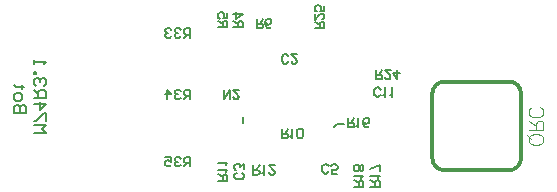
<source format=gbo>
G04*
G04 #@! TF.GenerationSoftware,Altium Limited,Altium Designer,24.10.1 (45)*
G04*
G04 Layer_Color=33789*
%FSLAX44Y44*%
%MOMM*%
G71*
G04*
G04 #@! TF.SameCoordinates,FD984B7A-8438-4C43-BE95-A6A47EEA4E16*
G04*
G04*
G04 #@! TF.FilePolarity,Positive*
G04*
G01*
G75*
%ADD10C,0.1500*%
%ADD41C,0.3000*%
%ADD62C,0.1250*%
D10*
X285000Y-26000D02*
X288000Y-23000D01*
X294000D01*
X208000Y-22000D02*
Y-17000D01*
X24497Y-13663D02*
X14500D01*
Y-8665D01*
X16166Y-6998D01*
X17832D01*
X19498Y-8665D01*
Y-13663D01*
Y-8665D01*
X21165Y-6998D01*
X22831D01*
X24497Y-8665D01*
Y-13663D01*
X14500Y-2000D02*
Y1332D01*
X16166Y2998D01*
X19498D01*
X21165Y1332D01*
Y-2000D01*
X19498Y-3666D01*
X16166D01*
X14500Y-2000D01*
X22831Y7997D02*
X21165D01*
Y6331D01*
Y9663D01*
Y7997D01*
X16166D01*
X14500Y9663D01*
X31500Y-30823D02*
X41497D01*
X38165Y-27491D01*
X41497Y-24159D01*
X31500D01*
X41497Y-20827D02*
Y-14162D01*
X39831D01*
X33166Y-20827D01*
X31500D01*
Y-5831D02*
X41497D01*
X36498Y-10830D01*
Y-4165D01*
X31500Y-833D02*
X41497D01*
Y4165D01*
X39831Y5832D01*
X36498D01*
X34832Y4165D01*
Y-833D01*
Y2499D02*
X31500Y5832D01*
X39831Y9164D02*
X41497Y10830D01*
Y14162D01*
X39831Y15828D01*
X38165D01*
X36498Y14162D01*
Y12496D01*
Y14162D01*
X34832Y15828D01*
X33166D01*
X31500Y14162D01*
Y10830D01*
X33166Y9164D01*
X31500Y19160D02*
X33166D01*
Y20827D01*
X31500D01*
Y19160D01*
Y27491D02*
Y30823D01*
Y29157D01*
X41497D01*
X39831Y27491D01*
X163663Y-58999D02*
Y-51001D01*
X159664D01*
X158332Y-52334D01*
Y-55000D01*
X159664Y-56333D01*
X163663D01*
X160997D02*
X158332Y-58999D01*
X155666Y-52334D02*
X154333Y-51001D01*
X151667D01*
X150334Y-52334D01*
Y-53667D01*
X151667Y-55000D01*
X153000D01*
X151667D01*
X150334Y-56333D01*
Y-57666D01*
X151667Y-58999D01*
X154333D01*
X155666Y-57666D01*
X142337Y-51001D02*
X147668D01*
Y-55000D01*
X145003Y-53667D01*
X143670D01*
X142337Y-55000D01*
Y-57666D01*
X143670Y-58999D01*
X146335D01*
X147668Y-57666D01*
X163663Y-1999D02*
Y5999D01*
X159664D01*
X158332Y4666D01*
Y2000D01*
X159664Y667D01*
X163663D01*
X160997D02*
X158332Y-1999D01*
X155666Y4666D02*
X154333Y5999D01*
X151667D01*
X150334Y4666D01*
Y3333D01*
X151667Y2000D01*
X153000D01*
X151667D01*
X150334Y667D01*
Y-666D01*
X151667Y-1999D01*
X154333D01*
X155666Y-666D01*
X143670Y-1999D02*
Y5999D01*
X147668Y2000D01*
X142337D01*
X163663Y50001D02*
Y57999D01*
X159664D01*
X158332Y56666D01*
Y54000D01*
X159664Y52667D01*
X163663D01*
X160997D02*
X158332Y50001D01*
X155666Y56666D02*
X154333Y57999D01*
X151667D01*
X150334Y56666D01*
Y55333D01*
X151667Y54000D01*
X153000D01*
X151667D01*
X150334Y52667D01*
Y51334D01*
X151667Y50001D01*
X154333D01*
X155666Y51334D01*
X147668Y56666D02*
X146335Y57999D01*
X143670D01*
X142337Y56666D01*
Y55333D01*
X143670Y54000D01*
X145003D01*
X143670D01*
X142337Y52667D01*
Y51334D01*
X143670Y50001D01*
X146335D01*
X147668Y51334D01*
X192000Y-1998D02*
Y6000D01*
Y-1998D02*
X197332Y6000D01*
Y-1998D02*
Y6000D01*
X199922Y-94D02*
Y-475D01*
X200303Y-1237D01*
X200684Y-1617D01*
X201446Y-1998D01*
X202969D01*
X203731Y-1617D01*
X204112Y-1237D01*
X204493Y-475D01*
Y287D01*
X204112Y1049D01*
X203350Y2191D01*
X199541Y6000D01*
X204874D01*
X220000Y58002D02*
Y66000D01*
Y58002D02*
X223428D01*
X224570Y58383D01*
X224951Y58763D01*
X225332Y59525D01*
Y60287D01*
X224951Y61049D01*
X224570Y61430D01*
X223428Y61810D01*
X220000D01*
X222666D02*
X225332Y66000D01*
X231693Y59144D02*
X231312Y58383D01*
X230169Y58002D01*
X229408D01*
X228265Y58383D01*
X227503Y59525D01*
X227122Y61430D01*
Y63334D01*
X227503Y64857D01*
X228265Y65619D01*
X229408Y66000D01*
X229788D01*
X230931Y65619D01*
X231693Y64857D01*
X232074Y63715D01*
Y63334D01*
X231693Y62191D01*
X230931Y61430D01*
X229788Y61049D01*
X229408D01*
X228265Y61430D01*
X227503Y62191D01*
X227122Y63334D01*
X194998Y59000D02*
X187000D01*
X194998D02*
Y62428D01*
X194617Y63570D01*
X194237Y63951D01*
X193475Y64332D01*
X192713D01*
X191951Y63951D01*
X191570Y63570D01*
X191190Y62428D01*
Y59000D01*
Y61666D02*
X187000Y64332D01*
X194998Y70693D02*
Y66884D01*
X191570Y66503D01*
X191951Y66884D01*
X192332Y68027D01*
Y69169D01*
X191951Y70312D01*
X191190Y71074D01*
X190047Y71455D01*
X189285D01*
X188143Y71074D01*
X187381Y70312D01*
X187000Y69169D01*
Y68027D01*
X187381Y66884D01*
X187762Y66503D01*
X188524Y66122D01*
X207998Y59000D02*
X200000D01*
X207998D02*
Y62428D01*
X207617Y63570D01*
X207237Y63951D01*
X206475Y64332D01*
X205713D01*
X204951Y63951D01*
X204571Y63570D01*
X204190Y62428D01*
Y59000D01*
Y61666D02*
X200000Y64332D01*
X207998Y69931D02*
X202666Y66122D01*
Y71835D01*
X207998Y69931D02*
X200000D01*
X276998Y58000D02*
X269000D01*
X276998D02*
Y61428D01*
X276617Y62571D01*
X276237Y62951D01*
X275475Y63332D01*
X274713D01*
X273951Y62951D01*
X273570Y62571D01*
X273190Y61428D01*
Y58000D01*
Y60666D02*
X269000Y63332D01*
X275094Y65503D02*
X275475D01*
X276237Y65884D01*
X276617Y66265D01*
X276998Y67027D01*
Y68550D01*
X276617Y69312D01*
X276237Y69693D01*
X275475Y70074D01*
X274713D01*
X273951Y69693D01*
X272809Y68931D01*
X269000Y65122D01*
Y70455D01*
X276998Y76815D02*
Y73006D01*
X273570Y72625D01*
X273951Y73006D01*
X274332Y74149D01*
Y75292D01*
X273951Y76434D01*
X273190Y77196D01*
X272047Y77577D01*
X271285D01*
X270143Y77196D01*
X269381Y76434D01*
X269000Y75292D01*
Y74149D01*
X269381Y73006D01*
X269762Y72625D01*
X270523Y72245D01*
X321000Y15002D02*
Y23000D01*
Y15002D02*
X324428D01*
X325570Y15383D01*
X325951Y15763D01*
X326332Y16525D01*
Y17287D01*
X325951Y18049D01*
X325570Y18430D01*
X324428Y18810D01*
X321000D01*
X323666D02*
X326332Y23000D01*
X328503Y16906D02*
Y16525D01*
X328884Y15763D01*
X329265Y15383D01*
X330027Y15002D01*
X331550D01*
X332312Y15383D01*
X332693Y15763D01*
X333074Y16525D01*
Y17287D01*
X332693Y18049D01*
X331931Y19191D01*
X328122Y23000D01*
X333455D01*
X339053Y15002D02*
X335245Y20334D01*
X340958D01*
X339053Y15002D02*
Y23000D01*
X309998Y-76000D02*
X302000D01*
X309998D02*
Y-72572D01*
X309617Y-71430D01*
X309237Y-71049D01*
X308475Y-70668D01*
X307713D01*
X306951Y-71049D01*
X306570Y-71430D01*
X306190Y-72572D01*
Y-76000D01*
Y-73334D02*
X302000Y-70668D01*
X308475Y-68878D02*
X308856Y-68116D01*
X309998Y-66973D01*
X302000D01*
X309998Y-61108D02*
X309617Y-62250D01*
X308856Y-62631D01*
X308094D01*
X307332Y-62250D01*
X306951Y-61489D01*
X306570Y-59965D01*
X306190Y-58823D01*
X305428Y-58061D01*
X304666Y-57680D01*
X303524D01*
X302762Y-58061D01*
X302381Y-58442D01*
X302000Y-59584D01*
Y-61108D01*
X302381Y-62250D01*
X302762Y-62631D01*
X303524Y-63012D01*
X304666D01*
X305428Y-62631D01*
X306190Y-61870D01*
X306570Y-60727D01*
X306951Y-59204D01*
X307332Y-58442D01*
X308094Y-58061D01*
X308856D01*
X309617Y-58442D01*
X309998Y-59584D01*
Y-61108D01*
X323998Y-76000D02*
X316000D01*
X323998D02*
Y-72572D01*
X323617Y-71430D01*
X323237Y-71049D01*
X322475Y-70668D01*
X321713D01*
X320951Y-71049D01*
X320570Y-71430D01*
X320190Y-72572D01*
Y-76000D01*
Y-73334D02*
X316000Y-70668D01*
X322475Y-68878D02*
X322856Y-68116D01*
X323998Y-66973D01*
X316000D01*
X323998Y-57680D02*
X316000Y-61489D01*
X323998Y-63012D02*
Y-57680D01*
X297000Y-25998D02*
Y-18000D01*
Y-25998D02*
X300428D01*
X301570Y-25617D01*
X301951Y-25237D01*
X302332Y-24475D01*
Y-23713D01*
X301951Y-22951D01*
X301570Y-22570D01*
X300428Y-22190D01*
X297000D01*
X299666D02*
X302332Y-18000D01*
X304122Y-24475D02*
X304884Y-24856D01*
X306027Y-25998D01*
Y-18000D01*
X314558Y-24856D02*
X314177Y-25617D01*
X313035Y-25998D01*
X312273D01*
X311130Y-25617D01*
X310369Y-24475D01*
X309988Y-22570D01*
Y-20666D01*
X310369Y-19143D01*
X311130Y-18381D01*
X312273Y-18000D01*
X312654D01*
X313796Y-18381D01*
X314558Y-19143D01*
X314939Y-20285D01*
Y-20666D01*
X314558Y-21809D01*
X313796Y-22570D01*
X312654Y-22951D01*
X312273D01*
X311130Y-22570D01*
X310369Y-21809D01*
X309988Y-20666D01*
X217000Y-65998D02*
Y-58000D01*
Y-65998D02*
X220428D01*
X221570Y-65617D01*
X221951Y-65237D01*
X222332Y-64475D01*
Y-63713D01*
X221951Y-62951D01*
X221570Y-62571D01*
X220428Y-62190D01*
X217000D01*
X219666D02*
X222332Y-58000D01*
X224122Y-64475D02*
X224884Y-64856D01*
X226027Y-65998D01*
Y-58000D01*
X230369Y-64094D02*
Y-64475D01*
X230749Y-65237D01*
X231130Y-65617D01*
X231892Y-65998D01*
X233416D01*
X234177Y-65617D01*
X234558Y-65237D01*
X234939Y-64475D01*
Y-63713D01*
X234558Y-62951D01*
X233796Y-61809D01*
X229988Y-58000D01*
X235320D01*
X194998Y-71000D02*
X187000D01*
X194998D02*
Y-67572D01*
X194617Y-66430D01*
X194237Y-66049D01*
X193475Y-65668D01*
X192713D01*
X191951Y-66049D01*
X191570Y-66430D01*
X191190Y-67572D01*
Y-71000D01*
Y-68334D02*
X187000Y-65668D01*
X193475Y-63878D02*
X193856Y-63116D01*
X194998Y-61973D01*
X187000D01*
X193475Y-58012D02*
X193856Y-57251D01*
X194998Y-56108D01*
X187000D01*
X241000Y-34998D02*
Y-27000D01*
Y-34998D02*
X244428D01*
X245571Y-34617D01*
X245951Y-34237D01*
X246332Y-33475D01*
Y-32713D01*
X245951Y-31951D01*
X245571Y-31570D01*
X244428Y-31190D01*
X241000D01*
X243666D02*
X246332Y-27000D01*
X248122Y-33475D02*
X248884Y-33856D01*
X250027Y-34998D01*
Y-27000D01*
X256273Y-34998D02*
X255130Y-34617D01*
X254369Y-33475D01*
X253988Y-31570D01*
Y-30428D01*
X254369Y-28523D01*
X255130Y-27381D01*
X256273Y-27000D01*
X257035D01*
X258177Y-27381D01*
X258939Y-28523D01*
X259320Y-30428D01*
Y-31570D01*
X258939Y-33475D01*
X258177Y-34617D01*
X257035Y-34998D01*
X256273D01*
X280713Y-63094D02*
X280332Y-63856D01*
X279571Y-64617D01*
X278809Y-64998D01*
X277285D01*
X276523Y-64617D01*
X275762Y-63856D01*
X275381Y-63094D01*
X275000Y-61951D01*
Y-60047D01*
X275381Y-58904D01*
X275762Y-58143D01*
X276523Y-57381D01*
X277285Y-57000D01*
X278809D01*
X279571Y-57381D01*
X280332Y-58143D01*
X280713Y-58904D01*
X287531Y-64998D02*
X283722D01*
X283341Y-61570D01*
X283722Y-61951D01*
X284865Y-62332D01*
X286007D01*
X287150Y-61951D01*
X287911Y-61190D01*
X288292Y-60047D01*
Y-59285D01*
X287911Y-58143D01*
X287150Y-57381D01*
X286007Y-57000D01*
X284865D01*
X283722Y-57381D01*
X283341Y-57762D01*
X282960Y-58524D01*
X207094Y-64287D02*
X207856Y-64668D01*
X208617Y-65430D01*
X208998Y-66191D01*
Y-67715D01*
X208617Y-68477D01*
X207856Y-69238D01*
X207094Y-69619D01*
X205951Y-70000D01*
X204047D01*
X202904Y-69619D01*
X202143Y-69238D01*
X201381Y-68477D01*
X201000Y-67715D01*
Y-66191D01*
X201381Y-65430D01*
X202143Y-64668D01*
X202904Y-64287D01*
X208998Y-61278D02*
Y-57088D01*
X205951Y-59374D01*
Y-58231D01*
X205571Y-57469D01*
X205190Y-57088D01*
X204047Y-56708D01*
X203285D01*
X202143Y-57088D01*
X201381Y-57850D01*
X201000Y-58993D01*
Y-60135D01*
X201381Y-61278D01*
X201762Y-61659D01*
X202523Y-62040D01*
X246713Y29906D02*
X246332Y29144D01*
X245571Y28383D01*
X244809Y28002D01*
X243285D01*
X242523Y28383D01*
X241762Y29144D01*
X241381Y29906D01*
X241000Y31049D01*
Y32953D01*
X241381Y34096D01*
X241762Y34857D01*
X242523Y35619D01*
X243285Y36000D01*
X244809D01*
X245571Y35619D01*
X246332Y34857D01*
X246713Y34096D01*
X249341Y29906D02*
Y29525D01*
X249722Y28763D01*
X250103Y28383D01*
X250865Y28002D01*
X252388D01*
X253150Y28383D01*
X253531Y28763D01*
X253911Y29525D01*
Y30287D01*
X253531Y31049D01*
X252769Y32191D01*
X248960Y36000D01*
X254292D01*
X324713Y1906D02*
X324332Y1144D01*
X323570Y383D01*
X322809Y2D01*
X321285D01*
X320523Y383D01*
X319762Y1144D01*
X319381Y1906D01*
X319000Y3049D01*
Y4953D01*
X319381Y6096D01*
X319762Y6857D01*
X320523Y7619D01*
X321285Y8000D01*
X322809D01*
X323570Y7619D01*
X324332Y6857D01*
X324713Y6096D01*
X326960Y1525D02*
X327722Y1144D01*
X328865Y2D01*
Y8000D01*
X332826Y1525D02*
X333587Y1144D01*
X334730Y2D01*
Y8000D01*
D41*
X443625Y2840D02*
G03*
X433625Y12840I-10000J0D01*
G01*
X378625D02*
G03*
X368625Y2840I0J-10000D01*
G01*
Y-52160D02*
G03*
X378625Y-62160I10000J0D01*
G01*
X433625D02*
G03*
X443625Y-52160I0J10000D01*
G01*
X378625Y12840D02*
X433625D01*
X368625Y-52160D02*
Y2840D01*
X378625Y-62160D02*
X433625D01*
X443625Y-52160D02*
Y2840D01*
D62*
X462497Y-37429D02*
X461902Y-38620D01*
X460712Y-39810D01*
X459522Y-40405D01*
X457736Y-41000D01*
X454761D01*
X452976Y-40405D01*
X451785Y-39810D01*
X450595Y-38620D01*
X450000Y-37429D01*
Y-35049D01*
X450595Y-33859D01*
X451785Y-32668D01*
X452976Y-32073D01*
X454761Y-31478D01*
X457736D01*
X459522Y-32073D01*
X460712Y-32668D01*
X461902Y-33859D01*
X462497Y-35049D01*
Y-37429D01*
X452380Y-35644D02*
X448810Y-32073D01*
X462497Y-28562D02*
X450000D01*
X462497D02*
Y-23206D01*
X461902Y-21421D01*
X461307Y-20826D01*
X460117Y-20231D01*
X458927D01*
X457736Y-20826D01*
X457141Y-21421D01*
X456546Y-23206D01*
Y-28562D01*
Y-24396D02*
X450000Y-20231D01*
X459522Y-8507D02*
X460712Y-9102D01*
X461902Y-10292D01*
X462497Y-11482D01*
Y-13863D01*
X461902Y-15053D01*
X460712Y-16243D01*
X459522Y-16839D01*
X457736Y-17434D01*
X454761D01*
X452976Y-16839D01*
X451785Y-16243D01*
X450595Y-15053D01*
X450000Y-13863D01*
Y-11482D01*
X450595Y-10292D01*
X451785Y-9102D01*
X452976Y-8507D01*
M02*

</source>
